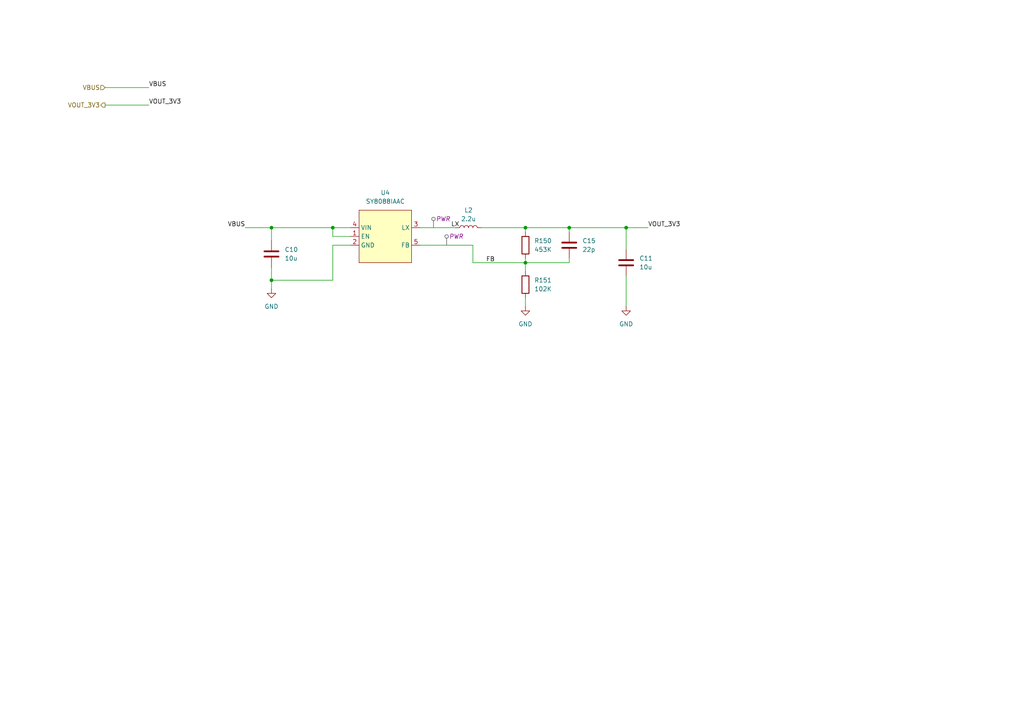
<source format=kicad_sch>
(kicad_sch (version 20230121) (generator eeschema)
  (paper "A4")
  (title_block (title "KiCad 2023 Asia Badge") (date "2023-10-15") (rev "2.1") (company "Beijing Exponential Deep Space") (comment 1 "Licensed under CC By 4.0 http://creativecommons.org/licenses/by/4.0/") (comment 2 "Designed by Yang Hongbo"))
  (lib_symbols
    (symbol "Device:C" (pin_numbers hide) (pin_names (offset 0.254))
      (property "Reference" "C" (at 0.635 2.54 0))
      (property "Value" "C" (at 0.635 -2.54 0))
      (symbol "C_0_1"
        (polyline (pts (xy -2.032 -0.762) (xy 2.032 -0.762)) (stroke (width 0.508)))
        (polyline (pts (xy -2.032 0.762) (xy 2.032 0.762)) (stroke (width 0.508)))
      )
      (symbol "C_1_1"
        (pin passive line (at 0 3.81 270) (length 2.794) (name "~") (number "1"))
        (pin passive line (at 0 -3.81 90) (length 2.794) (name "~") (number "2"))
      )
    )
    (symbol "Device:L" (pin_numbers hide) (pin_names (offset 1.016) hide)
      (property "Reference" "L" (at -1.27 0 90))
      (property "Value" "L" (at 1.905 0 90))
      (symbol "L_0_1"
        (arc (start 0 -2.54) (mid 0.6323 -1.905) (end 0 -1.27))
        (arc (start 0 -1.27) (mid 0.6323 -0.635) (end 0 0))
        (arc (start 0 0) (mid 0.6323 0.635) (end 0 1.27))
        (arc (start 0 1.27) (mid 0.6323 1.905) (end 0 2.54))
      )
      (symbol "L_1_1"
        (pin passive line (at 0 3.81 270) (length 1.27) (name "1") (number "1"))
        (pin passive line (at 0 -3.81 90) (length 1.27) (name "2") (number "2"))
      )
    )
    (symbol "Device:R" (pin_numbers hide) (pin_names (offset 0))
      (property "Reference" "R" (at 2.032 0 90))
      (property "Value" "R" (at 0 0 90))
      (symbol "R_0_1"
        (rectangle (start -1.016 -2.54) (end 1.016 2.54) (stroke (width 0.254)))
      )
      (symbol "R_1_1"
        (pin passive line (at 0 3.81 270) (length 1.27) (name "~") (number "1"))
        (pin passive line (at 0 -3.81 90) (length 1.27) (name "~") (number "2"))
      )
    )
    (symbol "IotPi_Regulator_Switching:SY8088IAAC"
      (property "Reference" "U" (at 0 5.08 0))
      (property "Value" "SY8088IAAC" (at 0 -5.08 0))
      (symbol "SY8088IAAC_1_1"
        (rectangle (start -7.62 7.62) (end 7.62 -7.62) (fill (type background)))
        (pin input line (at -10.16 0 0) (length 2.54) (name "EN") (number "1"))
        (pin power_in line (at -10.16 -2.54 0) (length 2.54) (name "GND") (number "2"))
        (pin power_out line (at 10.16 2.54 180) (length 2.54) (name "LX") (number "3"))
        (pin power_in line (at -10.16 2.54 0) (length 2.54) (name "VIN") (number "4"))
        (pin input line (at 10.16 -2.54 180) (length 2.54) (name "FB") (number "5"))
      )
    )
    (symbol "power:GND" (power) (pin_names (offset 0))
      (property "Value" "GND" (at 0 -3.81 0))
      (symbol "GND_0_1"
        (polyline (pts (xy 0 0) (xy 0 -1.27) (xy 1.27 -1.27) (xy 0 -2.54) (xy -1.27 -1.27) (xy 0 -1.27)))
      )
      (symbol "GND_1_1"
        (pin power_in line (at 0 0 270) (length 0) hide (name "GND") (number "1"))
      )
    )
  )
  (junction (at 165.1 66.04))
  (junction (at 96.52 66.04))
  (junction (at 152.4 66.04))
  (junction (at 152.4 76.2))
  (junction (at 181.61 66.04))
  (junction (at 78.74 66.04))
  (junction (at 78.74 81.28))
  (wire (pts (xy 181.61 80.01) (xy 181.61 88.9)))
  (wire (pts (xy 96.52 66.04) (xy 78.74 66.04)))
  (wire (pts (xy 137.16 71.12) (xy 137.16 76.2)))
  (wire (pts (xy 30.48 30.48) (xy 43.18 30.48)))
  (wire (pts (xy 78.74 81.28) (xy 96.52 81.28)))
  (wire (pts (xy 96.52 81.28) (xy 96.52 71.12)))
  (wire (pts (xy 152.4 76.2) (xy 152.4 78.74)))
  (wire (pts (xy 165.1 76.2) (xy 152.4 76.2)))
  (wire (pts (xy 96.52 68.58) (xy 96.52 66.04)))
  (wire (pts (xy 165.1 74.93) (xy 165.1 76.2)))
  (wire (pts (xy 152.4 74.93) (xy 152.4 76.2)))
  (wire (pts (xy 181.61 66.04) (xy 181.61 72.39)))
  (wire (pts (xy 101.6 68.58) (xy 96.52 68.58)))
  (wire (pts (xy 121.92 71.12) (xy 137.16 71.12)))
  (wire (pts (xy 78.74 77.47) (xy 78.74 81.28)))
  (wire (pts (xy 101.6 66.04) (xy 96.52 66.04)))
  (wire (pts (xy 152.4 66.04) (xy 165.1 66.04)))
  (wire (pts (xy 165.1 66.04) (xy 165.1 67.31)))
  (wire (pts (xy 152.4 86.36) (xy 152.4 88.9)))
  (wire (pts (xy 78.74 66.04) (xy 78.74 69.85)))
  (wire (pts (xy 165.1 66.04) (xy 181.61 66.04)))
  (wire (pts (xy 137.16 76.2) (xy 152.4 76.2)))
  (wire (pts (xy 121.92 66.04) (xy 132.08 66.04)))
  (wire (pts (xy 152.4 66.04) (xy 152.4 67.31)))
  (wire (pts (xy 181.61 66.04) (xy 187.96 66.04)))
  (wire (pts (xy 78.74 66.04) (xy 71.12 66.04)))
  (wire (pts (xy 78.74 81.28) (xy 78.74 83.82)))
  (wire (pts (xy 139.7 66.04) (xy 152.4 66.04)))
  (wire (pts (xy 30.48 25.4) (xy 43.18 25.4)))
  (wire (pts (xy 96.52 71.12) (xy 101.6 71.12)))
  (label "VOUT_3V3" (at 187.96 66.04 0))
  (label "LX" (at 130.81 66.04 0))
  (label "VOUT_3V3" (at 43.18 30.48 0))
  (label "FB" (at 140.97 76.2 0))
  (label "VBUS" (at 43.18 25.4 0))
  (label "VBUS" (at 71.12 66.04 180))
  (hierarchical_label "VBUS" (shape input) (at 30.48 25.4 180))
  (hierarchical_label "VOUT_3V3" (shape output) (at 30.48 30.48 180))
  (netclass_flag "" (length 2.54) (shape round) (at 125.73 66.04 0) (property "Netclass" "PWR" (at 126.4285 63.5 0) (effects (font italic) (justify left))))
  (netclass_flag "" (length 2.54) (shape round) (at 129.54 71.12 0) (property "Netclass" "PWR" (at 130.2385 68.58 0) (effects (font italic) (justify left))))
  (symbol (lib_id "IotPi_Regulator_Switching:SY8088IAAC") (at 111.76 68.58 0) (unit 1)
    (property "Reference" "U4" (at 111.76 55.88 0))
    (property "Value" "SY8088IAAC" (at 111.76 58.42 0))
    (property "Footprint" "Package_TO_SOT_SMD:SOT-23-5" (effects hide))
    (property "Datasheet" "https://www.silergy.com/download/downloadFile?id=3742&type=product&ftype=note" (effects hide))
  )
  (symbol (lib_id "power:GND") (at 152.4 88.9 0) (unit 1)
    (property "Reference" "#PWR012" (effects hide))
    (property "Value" "GND" (at 152.4 93.98 0))
  )
  (symbol (lib_id "Device:R") (at 152.4 71.12 0) (unit 1)
    (property "Reference" "R150" (at 154.94 69.85 0) (effects (justify left)))
    (property "Value" "453K" (at 154.94 72.39 0) (effects (justify left)))
    (property "Footprint" "Resistor_SMD:R_0805_2012Metric_Pad1.20x1.40mm_HandSolder" (effects hide))
    (property "Description" "电阻类型: 厚膜电阻 阻值: 453kΩ 精度: ±1% 功率: 0.125W 温度系数: ±100ppm/℃ 工作温度范围: -55℃~+155℃" (effects hide))
    (property "LCSC" "C204515" (effects hide))
    (property "Vendor" "BOURNS" (effects hide))
    (property "Vendor Model" "CR0805-FX-4533ELF" (effects hide))
  )
  (symbol (lib_id "power:GND") (at 78.74 83.82 0) (unit 1)
    (property "Reference" "#PWR011" (effects hide))
    (property "Value" "GND" (at 78.74 88.9 0))
  )
  (symbol (lib_id "Device:C") (at 165.1 71.12 0) (unit 1)
    (property "Reference" "C15" (at 168.91 69.85 0) (effects (justify left)))
    (property "Value" "22p" (at 168.91 72.39 0) (effects (justify left)))
    (property "Footprint" "Capacitor_SMD:C_0805_2012Metric" (effects hide))
  )
  (symbol (lib_id "Device:L") (at 135.89 66.04 90) (unit 1)
    (property "Reference" "L2" (at 135.89 60.96 90))
    (property "Value" "2.2u" (at 135.89 63.5 90))
    (property "Footprint" "Inductor_SMD:L_Sunlord_SWPA3015S" (effects hide))
    (property "Description" "电感值:2.2uH,直流电阻(DCR):78mΩ,类型:-,精度:±30%,车规等级:-,额定电流:1.6A,饱和电流(Isat):2A" (effects hide))
    (property "LCSC" "C19734" (effects hide))
    (property "Vendor" "Sunlord(顺络)" (effects hide))
    (property "Vendor Model" "SWPA3015S2R2NT" (effects hide))
  )
  (symbol (lib_id "Device:R") (at 152.4 82.55 0) (unit 1)
    (property "Reference" "R151" (at 154.94 81.28 0) (effects (justify left)))
    (property "Value" "102K" (at 154.94 83.82 0) (effects (justify left)))
    (property "Footprint" "Resistor_SMD:R_0805_2012Metric_Pad1.20x1.40mm_HandSolder" (effects hide))
    (property "Description" "电阻类型: 厚膜电阻 阻值: 102kΩ 精度: ±1% 功率: 125mW 温度系数: ±100ppm/℃ 最大工作电压: 150V 工作温" (effects hide))
    (property "LCSC" "C228247" (effects hide))
    (property "Vendor" "YAGEO(国巨)" (effects hide))
    (property "Vendor Model" "AC0805FR-07102KL" (effects hide))
  )
  (symbol (lib_id "power:GND") (at 181.61 88.9 0) (unit 1)
    (property "Reference" "#PWR013" (effects hide))
    (property "Value" "GND" (at 181.61 93.98 0))
  )
  (symbol (lib_id "Device:C") (at 78.74 73.66 0) (unit 1)
    (property "Reference" "C10" (at 82.55 72.39 0) (effects (justify left)))
    (property "Value" "10u" (at 82.55 74.93 0) (effects (justify left)))
    (property "Footprint" "Capacitor_SMD:C_0805_2012Metric_Pad1.18x1.45mm_HandSolder" (effects hide))
    (property "Description" "容值: 10uF 精度: ±10% 额定电压: 25V 材质(温度系数): X5R 材质:X5R 每盘2000个 7''REEL" (effects hide))
    (property "LCSC" "C15850" (effects hide))
    (property "Vendor" "SAMSUNG(三星)" (effects hide))
    (property "Vendor Model" "CL21A106KAYNNNE" (effects hide))
  )
  (symbol (lib_id "Device:C") (at 181.61 76.2 0) (unit 1)
    (property "Reference" "C11" (at 185.42 74.93 0) (effects (justify left)))
    (property "Value" "10u" (at 185.42 77.47 0) (effects (justify left)))
    (property "Footprint" "Capacitor_SMD:C_0805_2012Metric_Pad1.18x1.45mm_HandSolder" (effects hide))
    (property "Description" "容值: 10uF 精度: ±10% 额定电压: 25V 材质(温度系数): X5R 材质:X5R 每盘2000个 7''REEL" (effects hide))
    (property "LCSC" "C15850" (effects hide))
    (property "Vendor" "SAMSUNG(三星)" (effects hide))
    (property "Vendor Model" "CL21A106KAYNNNE" (effects hide))
  )
)
</source>
